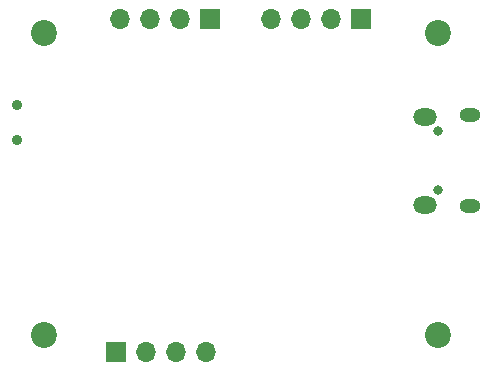
<source format=gbr>
%TF.GenerationSoftware,KiCad,Pcbnew,(6.0.10)*%
%TF.CreationDate,2023-05-01T12:45:21+05:45*%
%TF.ProjectId,arduino,61726475-696e-46f2-9e6b-696361645f70,rev?*%
%TF.SameCoordinates,Original*%
%TF.FileFunction,Soldermask,Bot*%
%TF.FilePolarity,Negative*%
%FSLAX46Y46*%
G04 Gerber Fmt 4.6, Leading zero omitted, Abs format (unit mm)*
G04 Created by KiCad (PCBNEW (6.0.10)) date 2023-05-01 12:45:21*
%MOMM*%
%LPD*%
G01*
G04 APERTURE LIST*
%ADD10O,0.800000X0.800000*%
%ADD11O,1.800000X1.150000*%
%ADD12O,2.000000X1.450000*%
%ADD13R,1.700000X1.700000*%
%ADD14O,1.700000X1.700000*%
%ADD15C,2.200000*%
%ADD16C,0.900000*%
G04 APERTURE END LIST*
D10*
%TO.C,J4*%
X119100000Y-83900000D03*
X119100000Y-78900000D03*
D11*
X121850000Y-85275000D03*
D12*
X118050000Y-77675000D03*
D11*
X121850000Y-77525000D03*
D12*
X118050000Y-85125000D03*
%TD*%
D13*
%TO.C,J3*%
X112630000Y-69400000D03*
D14*
X110090000Y-69400000D03*
X107550000Y-69400000D03*
X105010000Y-69400000D03*
%TD*%
D15*
%TO.C,H1*%
X85750000Y-70600000D03*
%TD*%
%TO.C,H3*%
X85750000Y-96200000D03*
%TD*%
D16*
%TO.C,SW1*%
X83495000Y-76700000D03*
X83495000Y-79700000D03*
%TD*%
D14*
%TO.C,J1*%
X92210000Y-69400000D03*
X94750000Y-69400000D03*
X97290000Y-69400000D03*
D13*
X99830000Y-69400000D03*
%TD*%
D15*
%TO.C,H2*%
X119150000Y-70600000D03*
%TD*%
D13*
%TO.C,J2*%
X91870000Y-97620000D03*
D14*
X94410000Y-97620000D03*
X96950000Y-97620000D03*
X99490000Y-97620000D03*
%TD*%
D15*
%TO.C,H4*%
X119150000Y-96200000D03*
%TD*%
M02*

</source>
